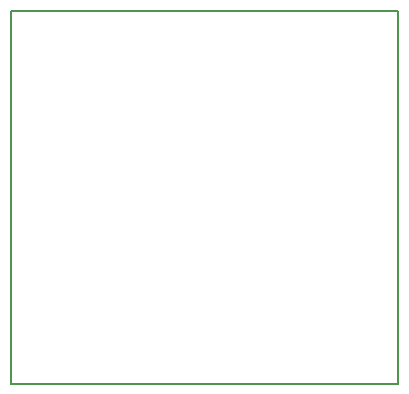
<source format=gbr>
G04 #@! TF.FileFunction,Profile,NP*
%FSLAX46Y46*%
G04 Gerber Fmt 4.6, Leading zero omitted, Abs format (unit mm)*
G04 Created by KiCad (PCBNEW 4.0.7) date 12/07/18 00:23:05*
%MOMM*%
%LPD*%
G01*
G04 APERTURE LIST*
%ADD10C,0.100000*%
%ADD11C,0.150000*%
G04 APERTURE END LIST*
D10*
D11*
X151892000Y-107035600D02*
X151892000Y-75438000D01*
X153009600Y-107035600D02*
X151892000Y-107035600D01*
X184708800Y-107035600D02*
X153009600Y-107035600D01*
X184708800Y-75438000D02*
X184708800Y-107035600D01*
X151892000Y-75438000D02*
X184708800Y-75438000D01*
M02*

</source>
